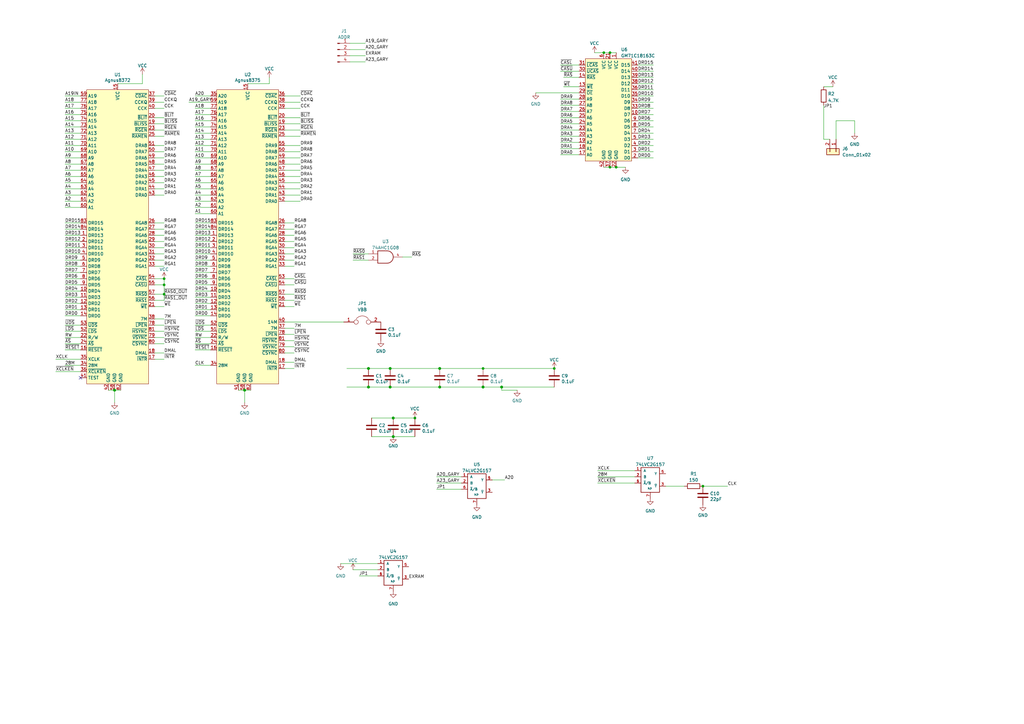
<source format=kicad_sch>
(kicad_sch (version 20230121) (generator eeschema)
  (paper "A3")
  (lib_symbols
    (symbol "74xGxx:74AHC1G08" (pin_names (offset 1.016))
      (property "Reference" "U" (at -2.54 3.81 0))
      (property "Value" "74AHC1G08" (at 0 -3.81 0))
      (symbol "74AHC1G08_0_1"
        (arc (start 0 -2.54) (mid 2.529 0) (end 0 2.54) (stroke (width 0.254)))
        (polyline (pts (xy 0 -2.54) (xy -3.81 -2.54) (xy -3.81 2.54) (xy 0 2.54)) (stroke (width 0.254)))
      )
      (symbol "74AHC1G08_1_1"
        (pin input line (at -7.62 1.27 0) (length 3.81) (name "~") (number "1"))
        (pin input line (at -7.62 -1.27 0) (length 3.81) (name "~") (number "2"))
        (pin power_in line (at 0 -2.54 270) (length 0) hide (name "GND") (number "3"))
        (pin output line (at 6.35 0 180) (length 3.81) (name "~") (number "4"))
        (pin power_in line (at 0 2.54 90) (length 0) hide (name "VCC") (number "5"))
      )
    )
    (symbol "74xGxx:74LVC2G157" (pin_names (offset 1.016))
      (property "Reference" "U" (at -2.54 6.35 0))
      (property "Value" "74LVC2G157" (at 5.08 -6.35 0))
      (symbol "74LVC2G157_0_1"
        (rectangle (start -3.81 5.08) (end 3.81 -5.08) (stroke (width 0.254)))
      )
      (symbol "74LVC2G157_1_1"
        (pin input line (at -6.35 3.81 0) (length 2.54) (name "A") (number "1"))
        (pin input line (at -6.35 1.27 0) (length 2.54) (name "B") (number "2"))
        (pin output line (at 6.35 -2.54 180) (length 2.54) (name "~{Y}") (number "3"))
        (pin power_in line (at 2.54 -5.08 270) (length 0) hide (name "GND") (number "4"))
        (pin output line (at 6.35 2.54 180) (length 2.54) (name "Y") (number "5"))
        (pin input line (at -6.35 -1.27 0) (length 2.54) (name "~{A}/B") (number "6"))
        (pin input line (at 0 -7.62 90) (length 2.54) (name "~{G}") (number "7"))
        (pin power_in line (at 2.54 5.08 90) (length 0) hide (name "VCC") (number "8"))
      )
    )
    (symbol "A500:Agnus8372"
      (property "Reference" "U" (at 10.16 54.61 0))
      (property "Value" "Agnus8372" (at 7.62 52.07 0))
      (symbol "Agnus8372_0_1"
        (rectangle (start -12.7 50.8) (end 12.7 -69.85) (stroke (width 0.1524)) (fill (type background)))
      )
      (symbol "Agnus8372_1_1"
        (pin input line (at -15.24 -8.89 0) (length 2.54) (name "DRD13") (number "1"))
        (pin input line (at -15.24 -31.75 0) (length 2.54) (name "DRD4") (number "10"))
        (pin input line (at -15.24 -34.29 0) (length 2.54) (name "DRD3") (number "11"))
        (pin input line (at -15.24 -36.83 0) (length 2.54) (name "DRD2") (number "12"))
        (pin input line (at -15.24 -39.37 0) (length 2.54) (name "DRD1") (number "13"))
        (pin input line (at -15.24 -41.91 0) (length 2.54) (name "DRD0") (number "14"))
        (pin power_in line (at 0 53.34 270) (length 2.54) (name "VCC") (number "15"))
        (pin input line (at -15.24 -55.88 0) (length 2.54) (name "~{RESET}") (number "16"))
        (pin input line (at 15.24 -59.69 180) (length 2.54) (name "~{INTR}") (number "17"))
        (pin input line (at 15.24 -57.15 180) (length 2.54) (name "DMAL") (number "18"))
        (pin input line (at 15.24 36.83 180) (length 2.54) (name "~{BLISS}") (number "19"))
        (pin input line (at -15.24 -11.43 0) (length 2.54) (name "DRD12") (number "2"))
        (pin input line (at 15.24 39.37 180) (length 2.54) (name "~{BLIT}") (number "20"))
        (pin input line (at 15.24 -38.1 180) (length 2.54) (name "~{WE}") (number "21"))
        (pin input line (at -15.24 -50.8 0) (length 2.54) (name "R/W") (number "22"))
        (pin input line (at 15.24 34.29 180) (length 2.54) (name "~{RGEN}") (number "23"))
        (pin input line (at -15.24 -53.34 0) (length 2.54) (name "~{AS}") (number "24"))
        (pin input line (at 15.24 31.75 180) (length 2.54) (name "~{RAMEN}") (number "25"))
        (pin input line (at 15.24 -3.81 180) (length 2.54) (name "RGA8") (number "26"))
        (pin input line (at 15.24 -6.35 180) (length 2.54) (name "RGA7") (number "27"))
        (pin input line (at 15.24 -8.89 180) (length 2.54) (name "RGA6") (number "28"))
        (pin input line (at 15.24 -11.43 180) (length 2.54) (name "RGA5") (number "29"))
        (pin input line (at -15.24 -13.97 0) (length 2.54) (name "DRD11") (number "3"))
        (pin input line (at 15.24 -13.97 180) (length 2.54) (name "RGA4") (number "30"))
        (pin input line (at 15.24 -16.51 180) (length 2.54) (name "RGA3") (number "31"))
        (pin input line (at 15.24 -19.05 180) (length 2.54) (name "RGA2") (number "32"))
        (pin input line (at 15.24 -21.59 180) (length 2.54) (name "RGA1") (number "33"))
        (pin input line (at -15.24 -62.23 0) (length 2.54) (name "28M") (number "34"))
        (pin input line (at -15.24 -59.69 0) (length 2.54) (name "XCLK") (number "35"))
        (pin input line (at -15.24 -64.77 0) (length 2.54) (name "~{XCLKEN}") (number "36"))
        (pin input line (at 15.24 48.26 180) (length 2.54) (name "~{CDAC}") (number "37"))
        (pin input line (at 15.24 -43.18 180) (length 2.54) (name "7M") (number "38"))
        (pin input line (at 15.24 45.72 180) (length 2.54) (name "CCKQ") (number "39"))
        (pin input line (at -15.24 -16.51 0) (length 2.54) (name "DRD10") (number "4"))
        (pin input line (at 15.24 43.18 180) (length 2.54) (name "CCK") (number "40"))
        (pin input line (at -15.24 -67.31 0) (length 2.54) (name "TEST") (number "41"))
        (pin power_in line (at -3.81 -72.39 90) (length 2.54) (name "GND") (number "42"))
        (pin input line (at 15.24 7.62 180) (length 2.54) (name "DRA0") (number "43"))
        (pin input line (at 15.24 10.16 180) (length 2.54) (name "DRA1") (number "44"))
        (pin input line (at 15.24 12.7 180) (length 2.54) (name "DRA2") (number "45"))
        (pin input line (at 15.24 15.24 180) (length 2.54) (name "DRA3") (number "46"))
        (pin input line (at 15.24 17.78 180) (length 2.54) (name "DRA4") (number "47"))
        (pin input line (at 15.24 20.32 180) (length 2.54) (name "DRA5") (number "48"))
        (pin input line (at 15.24 22.86 180) (length 2.54) (name "DRA6") (number "49"))
        (pin input line (at -15.24 -19.05 0) (length 2.54) (name "DRD9") (number "5"))
        (pin input line (at 15.24 25.4 180) (length 2.54) (name "DRA7") (number "50"))
        (pin input line (at 15.24 27.94 180) (length 2.54) (name "DRA8") (number "51"))
        (pin input line (at -15.24 -48.26 0) (length 2.54) (name "~{LDS}") (number "52"))
        (pin input line (at -15.24 -45.72 0) (length 2.54) (name "~{UDS}") (number "53"))
        (pin input line (at 15.24 -26.67 180) (length 2.54) (name "~{CASL}") (number "54"))
        (pin input line (at 15.24 -29.21 180) (length 2.54) (name "~{CASU}") (number "55"))
        (pin input line (at 15.24 -35.56 180) (length 2.54) (name "~{RAS1}") (number "56"))
        (pin input line (at 15.24 -33.02 180) (length 2.54) (name "~{RAS0}") (number "57"))
        (pin power_in line (at -1.27 -72.39 90) (length 2.54) (name "GND") (number "58"))
        (pin input line (at -15.24 48.26 0) (length 2.54) (name "A19") (number "59"))
        (pin input line (at -15.24 -21.59 0) (length 2.54) (name "DRD8") (number "6"))
        (pin input line (at -15.24 2.54 0) (length 2.54) (name "A1") (number "60"))
        (pin input line (at -15.24 5.08 0) (length 2.54) (name "A2") (number "61"))
        (pin input line (at -15.24 7.62 0) (length 2.54) (name "A3") (number "62"))
        (pin input line (at -15.24 10.16 0) (length 2.54) (name "A4") (number "63"))
        (pin input line (at -15.24 12.7 0) (length 2.54) (name "A5") (number "64"))
        (pin input line (at -15.24 15.24 0) (length 2.54) (name "A6") (number "65"))
        (pin input line (at -15.24 17.78 0) (length 2.54) (name "A7") (number "66"))
        (pin input line (at -15.24 20.32 0) (length 2.54) (name "A8") (number "67"))
        (pin input line (at -15.24 22.86 0) (length 2.54) (name "A9") (number "68"))
        (pin input line (at -15.24 25.4 0) (length 2.54) (name "A10") (number "69"))
        (pin input line (at -15.24 -24.13 0) (length 2.54) (name "DRD7") (number "7"))
        (pin input line (at -15.24 27.94 0) (length 2.54) (name "A11") (number "70"))
        (pin input line (at -15.24 30.48 0) (length 2.54) (name "A12") (number "71"))
        (pin input line (at -15.24 33.02 0) (length 2.54) (name "A13") (number "72"))
        (pin input line (at -15.24 35.56 0) (length 2.54) (name "A14") (number "73"))
        (pin input line (at -15.24 38.1 0) (length 2.54) (name "A15") (number "74"))
        (pin input line (at -15.24 40.64 0) (length 2.54) (name "A16") (number "75"))
        (pin input line (at -15.24 43.18 0) (length 2.54) (name "A17") (number "76"))
        (pin input line (at -15.24 45.72 0) (length 2.54) (name "A18") (number "77"))
        (pin input line (at 15.24 -45.72 180) (length 2.54) (name "~{LPEN}") (number "78"))
        (pin input line (at 15.24 -50.8 180) (length 2.54) (name "~{VSYNC}") (number "79"))
        (pin input line (at -15.24 -26.67 0) (length 2.54) (name "DRD6") (number "8"))
        (pin input line (at 15.24 -53.34 180) (length 2.54) (name "~{CSYNC}") (number "80"))
        (pin input line (at 15.24 -48.26 180) (length 2.54) (name "~{HSYNC}") (number "81"))
        (pin power_in line (at 1.27 -72.39 90) (length 2.54) (name "GND") (number "82"))
        (pin input line (at -15.24 -3.81 0) (length 2.54) (name "DRD15") (number "83"))
        (pin input line (at -15.24 -6.35 0) (length 2.54) (name "DRD14") (number "84"))
        (pin input line (at -15.24 -29.21 0) (length 2.54) (name "DRD5") (number "9"))
      )
    )
    (symbol "A500:Agnus8375"
      (property "Reference" "U" (at 10.16 54.61 0))
      (property "Value" "Agnus8375" (at 7.62 52.07 0))
      (symbol "Agnus8375_0_1"
        (rectangle (start -12.7 50.8) (end 12.7 -69.85) (stroke (width 0.1524)) (fill (type background)))
      )
      (symbol "Agnus8375_1_1"
        (pin input line (at -15.24 -8.89 0) (length 2.54) (name "DRD13") (number "1"))
        (pin input line (at -15.24 -31.75 0) (length 2.54) (name "DRD4") (number "10"))
        (pin input line (at -15.24 -34.29 0) (length 2.54) (name "DRD3") (number "11"))
        (pin input line (at -15.24 -36.83 0) (length 2.54) (name "DRD2") (number "12"))
        (pin input line (at -15.24 -39.37 0) (length 2.54) (name "DRD1") (number "13"))
        (pin input line (at -15.24 -41.91 0) (length 2.54) (name "DRD0") (number "14"))
        (pin power_in line (at 0 53.34 270) (length 2.54) (name "VCC") (number "15"))
        (pin input line (at -15.24 -55.88 0) (length 2.54) (name "~{RESET}") (number "16"))
        (pin input line (at 15.24 -63.5 180) (length 2.54) (name "~{INTR}") (number "17"))
        (pin input line (at 15.24 -60.96 180) (length 2.54) (name "DMAL") (number "18"))
        (pin input line (at 15.24 36.83 180) (length 2.54) (name "~{BLISS}") (number "19"))
        (pin input line (at -15.24 -11.43 0) (length 2.54) (name "DRD12") (number "2"))
        (pin input line (at 15.24 39.37 180) (length 2.54) (name "~{BLIT}") (number "20"))
        (pin input line (at 15.24 -38.1 180) (length 2.54) (name "~{WE}") (number "21"))
        (pin input line (at -15.24 -50.8 0) (length 2.54) (name "R/W") (number "22"))
        (pin input line (at 15.24 34.29 180) (length 2.54) (name "~{RGEN}") (number "23"))
        (pin input line (at -15.24 -53.34 0) (length 2.54) (name "~{AS}") (number "24"))
        (pin input line (at 15.24 31.75 180) (length 2.54) (name "~{RAMEN}") (number "25"))
        (pin input line (at 15.24 -3.81 180) (length 2.54) (name "RGA8") (number "26"))
        (pin input line (at 15.24 -6.35 180) (length 2.54) (name "RGA7") (number "27"))
        (pin input line (at 15.24 -8.89 180) (length 2.54) (name "RGA6") (number "28"))
        (pin input line (at 15.24 -11.43 180) (length 2.54) (name "RGA5") (number "29"))
        (pin input line (at -15.24 -13.97 0) (length 2.54) (name "DRD11") (number "3"))
        (pin input line (at 15.24 -13.97 180) (length 2.54) (name "RGA4") (number "30"))
        (pin input line (at 15.24 -16.51 180) (length 2.54) (name "RGA3") (number "31"))
        (pin input line (at 15.24 -19.05 180) (length 2.54) (name "RGA2") (number "32"))
        (pin input line (at 15.24 -21.59 180) (length 2.54) (name "RGA1") (number "33"))
        (pin input line (at -15.24 -62.23 0) (length 2.54) (name "28M") (number "34"))
        (pin input line (at -15.24 48.26 0) (length 2.54) (name "A20") (number "35"))
        (pin input line (at 15.24 48.26 180) (length 2.54) (name "~{CDAC}") (number "36"))
        (pin input line (at 15.24 -46.99 180) (length 2.54) (name "7M") (number "37"))
        (pin input line (at 15.24 45.72 180) (length 2.54) (name "CCKQ") (number "38"))
        (pin input line (at 15.24 43.18 180) (length 2.54) (name "CCK") (number "39"))
        (pin input line (at -15.24 -16.51 0) (length 2.54) (name "DRD10") (number "4"))
        (pin input line (at 15.24 -44.45 180) (length 2.54) (name "14M") (number "40"))
        (pin power_in line (at -3.81 -72.39 90) (length 2.54) (name "GND") (number "41"))
        (pin input line (at 15.24 5.08 180) (length 2.54) (name "DRA0") (number "42"))
        (pin input line (at 15.24 7.62 180) (length 2.54) (name "DRA1") (number "43"))
        (pin input line (at 15.24 10.16 180) (length 2.54) (name "DRA2") (number "44"))
        (pin input line (at 15.24 12.7 180) (length 2.54) (name "DRA3") (number "45"))
        (pin input line (at 15.24 15.24 180) (length 2.54) (name "DRA4") (number "46"))
        (pin input line (at 15.24 17.78 180) (length 2.54) (name "DRA5") (number "47"))
        (pin input line (at 15.24 20.32 180) (length 2.54) (name "DRA6") (number "48"))
        (pin input line (at 15.24 22.86 180) (length 2.54) (name "DRA7") (number "49"))
        (pin input line (at -15.24 -19.05 0) (length 2.54) (name "DRD9") (number "5"))
        (pin input line (at 15.24 25.4 180) (length 2.54) (name "DRA8") (number "50"))
        (pin input line (at -15.24 -48.26 0) (length 2.54) (name "~{LDS}") (number "51"))
        (pin input line (at -15.24 -45.72 0) (length 2.54) (name "~{UDS}") (number "52"))
        (pin input line (at 15.24 -26.67 180) (length 2.54) (name "~{CASL}") (number "53"))
        (pin input line (at 15.24 -29.21 180) (length 2.54) (name "~{CASU}") (number "54"))
        (pin input line (at 15.24 27.94 180) (length 2.54) (name "DRA9") (number "55"))
        (pin input line (at 15.24 -35.56 180) (length 2.54) (name "~{RAS1}") (number "56"))
        (pin input line (at 15.24 -33.02 180) (length 2.54) (name "~{RAS0}") (number "57"))
        (pin power_in line (at -1.27 -72.39 90) (length 2.54) (name "GND") (number "58"))
        (pin input line (at -15.24 45.72 0) (length 2.54) (name "A19") (number "59"))
        (pin input line (at -15.24 -21.59 0) (length 2.54) (name "DRD8") (number "6"))
        (pin input line (at -15.24 0 0) (length 2.54) (name "A1") (number "60"))
        (pin input line (at -15.24 2.54 0) (length 2.54) (name "A2") (number "61"))
        (pin input line (at -15.24 5.08 0) (length 2.54) (name "A3") (number "62"))
        (pin input line (at -15.24 7.62 0) (length 2.54) (name "A4") (number "63"))
        (pin input line (at -15.24 10.16 0) (length 2.54) (name "A5") (number "64"))
        (pin input line (at -15.24 12.7 0) (length 2.54) (name "A6") (number "65"))
        (pin input line (at -15.24 15.24 0) (length 2.54) (name "A7") (number "66"))
        (pin input line (at -15.24 17.78 0) (length 2.54) (name "A8") (number "67"))
        (pin input line (at -15.24 20.32 0) (length 2.54) (name "A9") (number "68"))
        (pin input line (at -15.24 22.86 0) (length 2.54) (name "A10") (number "69"))
        (pin input line (at -15.24 -24.13 0) (length 2.54) (name "DRD7") (number "7"))
        (pin input line (at -15.24 25.4 0) (length 2.54) (name "A11") (number "70"))
        (pin input line (at -15.24 27.94 0) (length 2.54) (name "A12") (number "71"))
        (pin input line (at -15.24 30.48 0) (length 2.54) (name "A13") (number "72"))
        (pin input line (at -15.24 33.02 0) (length 2.54) (name "A14") (number "73"))
        (pin input line (at -15.24 35.56 0) (length 2.54) (name "A15") (number "74"))
        (pin input line (at -15.24 38.1 0) (length 2.54) (name "A16") (number "75"))
        (pin input line (at -15.24 40.64 0) (length 2.54) (name "A17") (number "76"))
        (pin input line (at -15.24 43.18 0) (length 2.54) (name "A18") (number "77"))
        (pin input line (at 15.24 -49.53 180) (length 2.54) (name "~{LPEN}") (number "78"))
        (pin input line (at 15.24 -54.61 180) (length 2.54) (name "~{VSYNC}") (number "79"))
        (pin input line (at -15.24 -26.67 0) (length 2.54) (name "DRD6") (number "8"))
        (pin input line (at 15.24 -57.15 180) (length 2.54) (name "~{CSYNC}") (number "80"))
        (pin input line (at 15.24 -52.07 180) (length 2.54) (name "~{HSYNC}") (number "81"))
        (pin power_in line (at 1.27 -72.39 90) (length 2.54) (name "GND") (number "82"))
        (pin input line (at -15.24 -3.81 0) (length 2.54) (name "DRD15") (number "83"))
        (pin input line (at -15.24 -6.35 0) (length 2.54) (name "DRD14") (number "84"))
        (pin input line (at -15.24 -29.21 0) (length 2.54) (name "DRD5") (number "9"))
      )
    )
    (symbol "A500:GM71C18163C"
      (property "Reference" "U" (at 11.43 45.72 0))
      (property "Value" "GM71C18163C" (at 13.97 43.18 0))
      (symbol "GM71C18163C_0_1"
        (rectangle (start 12.7 0) (end -6.35 41.91) (stroke (width 0.1524)) (fill (type background)))
      )
      (symbol "GM71C18163C_1_1"
        (pin power_in line (at 6.35 44.45 270) (length 2.54) (name "VCC") (number "1"))
        (pin input line (at 15.24 19.05 180) (length 2.54) (name "D7") (number "10"))
        (pin input line (at -8.89 30.48 0) (length 2.54) (name "~{WE}") (number "13"))
        (pin input line (at -8.89 34.29 0) (length 2.54) (name "~{RAS}") (number "14"))
        (pin input line (at -8.89 2.54 0) (length 2.54) (name "A0") (number "17"))
        (pin input line (at -8.89 5.08 0) (length 2.54) (name "A1") (number "18"))
        (pin input line (at -8.89 7.62 0) (length 2.54) (name "A2") (number "19"))
        (pin input line (at 15.24 1.27 180) (length 2.54) (name "D0") (number "2"))
        (pin input line (at -8.89 10.16 0) (length 2.54) (name "A3") (number "20"))
        (pin power_in line (at 3.81 44.45 270) (length 2.54) (name "VCC") (number "21"))
        (pin power_in line (at 6.35 -2.54 90) (length 2.54) (name "GND") (number "22"))
        (pin input line (at -8.89 12.7 0) (length 2.54) (name "A4") (number "23"))
        (pin input line (at -8.89 15.24 0) (length 2.54) (name "A5") (number "24"))
        (pin input line (at -8.89 17.78 0) (length 2.54) (name "A6") (number "25"))
        (pin input line (at -8.89 20.32 0) (length 2.54) (name "A7") (number "26"))
        (pin input line (at -8.89 22.86 0) (length 2.54) (name "A8") (number "27"))
        (pin input line (at -8.89 25.4 0) (length 2.54) (name "A9") (number "28"))
        (pin input line (at -8.89 27.94 0) (length 2.54) (name "~{OE}") (number "29"))
        (pin input line (at 15.24 3.81 180) (length 2.54) (name "D1") (number "3"))
        (pin input line (at -8.89 36.83 0) (length 2.54) (name "~{UCAS}") (number "30"))
        (pin input line (at -8.89 39.37 0) (length 2.54) (name "~{LCAS}") (number "31"))
        (pin input line (at 15.24 21.59 180) (length 2.54) (name "D8") (number "33"))
        (pin input line (at 15.24 24.13 180) (length 2.54) (name "D9") (number "34"))
        (pin input line (at 15.24 26.67 180) (length 2.54) (name "D10") (number "35"))
        (pin input line (at 15.24 29.21 180) (length 2.54) (name "D11") (number "36"))
        (pin power_in line (at 3.81 -2.54 90) (length 2.54) (name "GND") (number "37"))
        (pin input line (at 15.24 31.75 180) (length 2.54) (name "D12") (number "38"))
        (pin input line (at 15.24 34.29 180) (length 2.54) (name "D13") (number "39"))
        (pin input line (at 15.24 6.35 180) (length 2.54) (name "D2") (number "4"))
        (pin input line (at 15.24 36.83 180) (length 2.54) (name "D14") (number "40"))
        (pin input line (at 15.24 39.37 180) (length 2.54) (name "D15") (number "41"))
        (pin power_in line (at 1.27 -2.54 90) (length 2.54) (name "GND") (number "42"))
        (pin input line (at 15.24 8.89 180) (length 2.54) (name "D3") (number "5"))
        (pin power_in line (at 1.27 44.45 270) (length 2.54) (name "VCC") (number "6"))
        (pin input line (at 15.24 11.43 180) (length 2.54) (name "D4") (number "7"))
        (pin input line (at 15.24 13.97 180) (length 2.54) (name "D5") (number "8"))
        (pin input line (at 15.24 16.51 180) (length 2.54) (name "D6") (number "9"))
      )
    )
    (symbol "Connector:Conn_01x04_Male" (pin_names (offset 1.016) hide)
      (property "Reference" "J" (at 0 5.08 0))
      (property "Value" "Conn_01x04_Male" (at 0 -7.62 0))
      (symbol "Conn_01x04_Male_1_1"
        (polyline (pts (xy 1.27 -5.08) (xy 0.8636 -5.08)) (stroke (width 0.1524)))
        (polyline (pts (xy 1.27 -2.54) (xy 0.8636 -2.54)) (stroke (width 0.1524)))
        (polyline (pts (xy 1.27 0) (xy 0.8636 0)) (stroke (width 0.1524)))
        (polyline (pts (xy 1.27 2.54) (xy 0.8636 2.54)) (stroke (width 0.1524)))
        (rectangle (start 0.8636 -4.953) (end 0 -5.207) (stroke (width 0.1524)) (fill (type outline)))
        (rectangle (start 0.8636 -2.413) (end 0 -2.667) (stroke (width 0.1524)) (fill (type outline)))
        (rectangle (start 0.8636 0.127) (end 0 -0.127) (stroke (width 0.1524)) (fill (type outline)))
        (rectangle (start 0.8636 2.667) (end 0 2.413) (stroke (width 0.1524)) (fill (type outline)))
        (pin passive line (at 5.08 2.54 180) (length 3.81) (name "Pin_1") (number "1"))
        (pin passive line (at 5.08 0 180) (length 3.81) (name "Pin_2") (number "2"))
        (pin passive line (at 5.08 -2.54 180) (length 3.81) (name "Pin_3") (number "3"))
        (pin passive line (at 5.08 -5.08 180) (length 3.81) (name "Pin_4") (number "4"))
      )
    )
    (symbol "Connector_Generic:Conn_01x02" (pin_names (offset 1.016) hide)
      (property "Reference" "J" (at 0 2.54 0))
      (property "Value" "Conn_01x02" (at 0 -5.08 0))
      (symbol "Conn_01x02_1_1"
        (rectangle (start -1.27 -2.413) (end 0 -2.667) (stroke (width 0.1524)))
        (rectangle (start -1.27 0.127) (end 0 -0.127) (stroke (width 0.1524)))
        (rectangle (start -1.27 1.27) (end 1.27 -3.81) (stroke (width 0.254)) (fill (type background)))
        (pin passive line (at -5.08 0 0) (length 3.81) (name "Pin_1") (number "1"))
        (pin passive line (at -5.08 -2.54 0) (length 3.81) (name "Pin_2") (number "2"))
      )
    )
    (symbol "Device:C" (pin_numbers hide) (pin_names (offset 0.254))
      (property "Reference" "C" (at 0.635 2.54 0))
      (property "Value" "C" (at 0.635 -2.54 0))
      (symbol "C_0_1"
        (polyline (pts (xy -2.032 -0.762) (xy 2.032 -0.762)) (stroke (width 0.508)))
        (polyline (pts (xy -2.032 0.762) (xy 2.032 0.762)) (stroke (width 0.508)))
      )
      (symbol "C_1_1"
        (pin passive line (at 0 3.81 270) (length 2.794) (name "~") (number "1"))
        (pin passive line (at 0 -3.81 90) (length 2.794) (name "~") (number "2"))
      )
    )
    (symbol "Device:Jumper" (pin_names (offset 0.762) hide)
      (property "Reference" "JP" (at 0 3.81 0))
      (property "Value" "Jumper" (at 0 -2.032 0))
      (symbol "Jumper_0_1"
        (circle (center -2.54 0) (radius 0.889))
        (arc (start 2.5146 1.27) (mid 0.0127 2.5097) (end -2.4892 1.27))
        (circle (center 2.54 0) (radius 0.889))
        (pin passive line (at -7.62 0 0) (length 4.191) (name "1") (number "1"))
        (pin passive line (at 7.62 0 180) (length 4.191) (name "2") (number "2"))
      )
    )
    (symbol "Device:R" (pin_numbers hide) (pin_names (offset 0))
      (property "Reference" "R" (at 2.032 0 90))
      (property "Value" "R" (at 0 0 90))
      (symbol "R_0_1"
        (rectangle (start -1.016 -2.54) (end 1.016 2.54) (stroke (width 0.254)))
      )
      (symbol "R_1_1"
        (pin passive line (at 0 3.81 270) (length 1.27) (name "~") (number "1"))
        (pin passive line (at 0 -3.81 90) (length 1.27) (name "~") (number "2"))
      )
    )
    (symbol "power:GND" (power) (pin_names (offset 0))
      (property "Value" "GND" (at 0 -3.81 0))
      (symbol "GND_0_1"
        (polyline (pts (xy 0 0) (xy 0 -1.27) (xy 1.27 -1.27) (xy 0 -2.54) (xy -1.27 -1.27) (xy 0 -1.27)))
      )
      (symbol "GND_1_1"
        (pin power_in line (at 0 0 270) (length 0) hide (name "GND") (number "1"))
      )
    )
    (symbol "power:VCC" (power) (pin_names (offset 0))
      (property "Value" "VCC" (at 0 3.81 0))
      (symbol "VCC_0_1"
        (polyline (pts (xy -0.762 1.27) (xy 0 2.54)))
        (polyline (pts (xy 0 0) (xy 0 2.54)))
        (polyline (pts (xy 0 2.54) (xy 0.762 1.27)))
      )
      (symbol "VCC_1_1"
        (pin power_in line (at 0 0 90) (length 0) hide (name "VCC") (number "1"))
      )
    )
  )
  (junction (at 252.73 68.58))
  (junction (at 247.65 21.59))
  (junction (at 161.29 171.45) (diameter 1.016))
  (junction (at 67.31 114.3))
  (junction (at 160.02 158.75) (diameter 1.016))
  (junction (at 288.29 199.39))
  (junction (at 180.34 158.75) (diameter 1.016))
  (junction (at 161.29 179.07) (diameter 1.016))
  (junction (at 170.18 171.45))
  (junction (at 151.13 158.75) (diameter 1.016))
  (junction (at 198.12 151.13))
  (junction (at 250.19 68.58))
  (junction (at 46.99 160.02) (diameter 1.016))
  (junction (at 67.31 116.84))
  (junction (at 205.74 158.75) (diameter 1.016))
  (junction (at 250.19 21.59))
  (junction (at 198.12 158.75) (diameter 1.016))
  (junction (at 227.33 151.13))
  (junction (at 67.31 120.65))
  (junction (at 100.33 160.02) (diameter 1.016))
  (junction (at 151.13 151.13) (diameter 1.016))
  (junction (at 180.34 151.13) (diameter 1.016))
  (junction (at 160.02 151.13) (diameter 1.016))
  (no_connect (at 33.02 154.94))
  (wire (pts (xy 26.67 59.69) (xy 33.02 59.69)))
  (wire (pts (xy 26.67 41.91) (xy 33.02 41.91)))
  (wire (pts (xy 26.67 121.92) (xy 33.02 121.92)))
  (wire (pts (xy 26.67 129.54) (xy 33.02 129.54)))
  (wire (pts (xy 26.67 72.39) (xy 33.02 72.39)))
  (wire (pts (xy 237.49 45.72) (xy 229.87 45.72)))
  (wire (pts (xy 26.67 114.3) (xy 33.02 114.3)))
  (wire (pts (xy 337.82 35.56) (xy 341.63 35.56)))
  (wire (pts (xy 116.84 74.93) (xy 123.19 74.93)))
  (wire (pts (xy 116.84 109.22) (xy 120.65 109.22)))
  (wire (pts (xy 100.33 160.02) (xy 100.33 165.1)))
  (wire (pts (xy 229.87 29.21) (xy 237.49 29.21)))
  (wire (pts (xy 237.49 43.18) (xy 229.87 43.18)))
  (wire (pts (xy 63.5 50.8) (xy 67.31 50.8)))
  (wire (pts (xy 116.84 69.85) (xy 123.19 69.85)))
  (wire (pts (xy 46.99 160.02) (xy 46.99 165.1)))
  (wire (pts (xy 63.5 64.77) (xy 67.31 64.77)))
  (wire (pts (xy 22.86 152.4) (xy 33.02 152.4)))
  (wire (pts (xy 26.67 149.86) (xy 33.02 149.86)))
  (wire (pts (xy 116.84 99.06) (xy 120.65 99.06)))
  (wire (pts (xy 116.84 104.14) (xy 120.65 104.14)))
  (wire (pts (xy 80.01 93.98) (xy 86.36 93.98)))
  (wire (pts (xy 26.67 138.43) (xy 33.02 138.43)))
  (wire (pts (xy 80.01 46.99) (xy 86.36 46.99)))
  (wire (pts (xy 26.67 54.61) (xy 33.02 54.61)))
  (wire (pts (xy 80.01 67.31) (xy 86.36 67.31)))
  (wire (pts (xy 63.5 53.34) (xy 67.31 53.34)))
  (wire (pts (xy 80.01 135.89) (xy 86.36 135.89)))
  (wire (pts (xy 26.67 67.31) (xy 33.02 67.31)))
  (wire (pts (xy 151.13 158.75) (xy 160.02 158.75)))
  (wire (pts (xy 144.78 104.14) (xy 151.13 104.14)))
  (wire (pts (xy 116.84 77.47) (xy 123.19 77.47)))
  (wire (pts (xy 26.67 93.98) (xy 33.02 93.98)))
  (wire (pts (xy 80.01 101.6) (xy 86.36 101.6)))
  (wire (pts (xy 247.65 68.58) (xy 250.19 68.58)))
  (wire (pts (xy 80.01 119.38) (xy 86.36 119.38)))
  (wire (pts (xy 261.62 46.99) (xy 267.97 46.99)))
  (wire (pts (xy 63.5 77.47) (xy 67.31 77.47)))
  (wire (pts (xy 237.49 48.26) (xy 229.87 48.26)))
  (wire (pts (xy 337.82 43.18) (xy 337.82 57.15)))
  (wire (pts (xy 26.67 127) (xy 33.02 127)))
  (wire (pts (xy 63.5 39.37) (xy 67.31 39.37)))
  (wire (pts (xy 350.52 49.53) (xy 350.52 54.61)))
  (wire (pts (xy 116.84 39.37) (xy 123.19 39.37)))
  (wire (pts (xy 80.01 49.53) (xy 86.36 49.53)))
  (wire (pts (xy 237.49 53.34) (xy 229.87 53.34)))
  (wire (pts (xy 26.67 46.99) (xy 33.02 46.99)))
  (wire (pts (xy 26.67 133.35) (xy 33.02 133.35)))
  (wire (pts (xy 26.67 116.84) (xy 33.02 116.84)))
  (wire (pts (xy 63.5 80.01) (xy 67.31 80.01)))
  (wire (pts (xy 63.5 130.81) (xy 67.31 130.81)))
  (wire (pts (xy 198.12 158.75) (xy 205.74 158.75)))
  (wire (pts (xy 261.62 31.75) (xy 267.97 31.75)))
  (wire (pts (xy 80.01 69.85) (xy 86.36 69.85)))
  (wire (pts (xy 245.11 198.12) (xy 260.35 198.12)))
  (wire (pts (xy 261.62 41.91) (xy 267.97 41.91)))
  (wire (pts (xy 116.84 80.01) (xy 123.19 80.01)))
  (wire (pts (xy 116.84 139.7) (xy 120.65 139.7)))
  (wire (pts (xy 116.84 132.08) (xy 140.97 132.08)))
  (wire (pts (xy 100.33 160.02) (xy 102.87 160.02)))
  (wire (pts (xy 63.5 133.35) (xy 67.31 133.35)))
  (wire (pts (xy 116.84 41.91) (xy 123.19 41.91)))
  (wire (pts (xy 161.29 179.07) (xy 170.18 179.07)))
  (wire (pts (xy 63.5 55.88) (xy 67.31 55.88)))
  (wire (pts (xy 26.67 111.76) (xy 33.02 111.76)))
  (wire (pts (xy 44.45 160.02) (xy 46.99 160.02)))
  (wire (pts (xy 63.5 147.32) (xy 67.31 147.32)))
  (wire (pts (xy 261.62 29.21) (xy 267.97 29.21)))
  (wire (pts (xy 116.84 96.52) (xy 120.65 96.52)))
  (wire (pts (xy 116.84 123.19) (xy 120.65 123.19)))
  (wire (pts (xy 77.47 41.91) (xy 86.36 41.91)))
  (wire (pts (xy 63.5 135.89) (xy 67.31 135.89)))
  (wire (pts (xy 26.67 101.6) (xy 33.02 101.6)))
  (wire (pts (xy 63.5 109.22) (xy 67.31 109.22)))
  (wire (pts (xy 63.5 99.06) (xy 67.31 99.06)))
  (wire (pts (xy 116.84 151.13) (xy 120.65 151.13)))
  (wire (pts (xy 26.67 96.52) (xy 33.02 96.52)))
  (wire (pts (xy 247.65 21.59) (xy 250.19 21.59)))
  (wire (pts (xy 273.05 199.39) (xy 280.67 199.39)))
  (wire (pts (xy 58.42 30.48) (xy 58.42 34.29)))
  (wire (pts (xy 58.42 34.29) (xy 48.26 34.29)))
  (wire (pts (xy 26.67 91.44) (xy 33.02 91.44)))
  (wire (pts (xy 261.62 44.45) (xy 267.97 44.45)))
  (wire (pts (xy 179.07 198.12) (xy 189.23 198.12)))
  (wire (pts (xy 63.5 96.52) (xy 67.31 96.52)))
  (wire (pts (xy 26.67 74.93) (xy 33.02 74.93)))
  (wire (pts (xy 245.11 195.58) (xy 260.35 195.58)))
  (wire (pts (xy 26.67 106.68) (xy 33.02 106.68)))
  (wire (pts (xy 144.78 106.68) (xy 151.13 106.68)))
  (wire (pts (xy 63.5 69.85) (xy 67.31 69.85)))
  (wire (pts (xy 26.67 49.53) (xy 33.02 49.53)))
  (wire (pts (xy 80.01 96.52) (xy 86.36 96.52)))
  (wire (pts (xy 63.5 123.19) (xy 67.31 123.19)))
  (wire (pts (xy 63.5 144.78) (xy 67.31 144.78)))
  (wire (pts (xy 63.5 74.93) (xy 67.31 74.93)))
  (wire (pts (xy 26.67 77.47) (xy 33.02 77.47)))
  (wire (pts (xy 26.67 140.97) (xy 33.02 140.97)))
  (wire (pts (xy 97.79 160.02) (xy 100.33 160.02)))
  (wire (pts (xy 350.52 49.53) (xy 342.9 49.53)))
  (wire (pts (xy 80.01 54.61) (xy 86.36 54.61)))
  (wire (pts (xy 80.01 74.93) (xy 86.36 74.93)))
  (wire (pts (xy 26.67 62.23) (xy 33.02 62.23)))
  (wire (pts (xy 63.5 140.97) (xy 67.31 140.97)))
  (wire (pts (xy 63.5 106.68) (xy 67.31 106.68)))
  (wire (pts (xy 80.01 64.77) (xy 86.36 64.77)))
  (wire (pts (xy 63.5 67.31) (xy 67.31 67.31)))
  (wire (pts (xy 143.51 25.4) (xy 149.86 25.4)))
  (wire (pts (xy 22.86 147.32) (xy 33.02 147.32)))
  (wire (pts (xy 26.67 143.51) (xy 33.02 143.51)))
  (wire (pts (xy 80.01 124.46) (xy 86.36 124.46)))
  (wire (pts (xy 116.84 64.77) (xy 123.19 64.77)))
  (wire (pts (xy 116.84 148.59) (xy 120.65 148.59)))
  (wire (pts (xy 80.01 138.43) (xy 86.36 138.43)))
  (wire (pts (xy 80.01 80.01) (xy 86.36 80.01)))
  (wire (pts (xy 116.84 48.26) (xy 123.19 48.26)))
  (wire (pts (xy 179.07 195.58) (xy 189.23 195.58)))
  (wire (pts (xy 116.84 72.39) (xy 123.19 72.39)))
  (wire (pts (xy 116.84 125.73) (xy 120.65 125.73)))
  (wire (pts (xy 261.62 62.23) (xy 267.97 62.23)))
  (wire (pts (xy 201.93 196.85) (xy 207.01 196.85)))
  (wire (pts (xy 243.84 21.59) (xy 247.65 21.59)))
  (wire (pts (xy 161.29 171.45) (xy 170.18 171.45)))
  (wire (pts (xy 116.84 53.34) (xy 123.19 53.34)))
  (wire (pts (xy 26.67 52.07) (xy 33.02 52.07)))
  (wire (pts (xy 63.5 59.69) (xy 67.31 59.69)))
  (wire (pts (xy 80.01 52.07) (xy 86.36 52.07)))
  (wire (pts (xy 80.01 109.22) (xy 86.36 109.22)))
  (wire (pts (xy 142.24 151.13) (xy 151.13 151.13)))
  (wire (pts (xy 63.5 116.84) (xy 67.31 116.84)))
  (wire (pts (xy 219.71 38.1) (xy 237.49 38.1)))
  (wire (pts (xy 229.87 26.67) (xy 237.49 26.67)))
  (wire (pts (xy 116.84 62.23) (xy 123.19 62.23)))
  (wire (pts (xy 237.49 58.42) (xy 229.87 58.42)))
  (wire (pts (xy 26.67 44.45) (xy 33.02 44.45)))
  (wire (pts (xy 26.67 85.09) (xy 33.02 85.09)))
  (wire (pts (xy 80.01 99.06) (xy 86.36 99.06)))
  (wire (pts (xy 80.01 72.39) (xy 86.36 72.39)))
  (wire (pts (xy 67.31 116.84) (xy 67.31 120.65)))
  (wire (pts (xy 80.01 127) (xy 86.36 127)))
  (wire (pts (xy 63.5 101.6) (xy 67.31 101.6)))
  (wire (pts (xy 250.19 21.59) (xy 252.73 21.59)))
  (wire (pts (xy 80.01 121.92) (xy 86.36 121.92)))
  (wire (pts (xy 261.62 64.77) (xy 267.97 64.77)))
  (wire (pts (xy 337.82 57.15) (xy 340.36 57.15)))
  (wire (pts (xy 80.01 87.63) (xy 86.36 87.63)))
  (wire (pts (xy 237.49 63.5) (xy 229.87 63.5)))
  (wire (pts (xy 80.01 62.23) (xy 86.36 62.23)))
  (wire (pts (xy 26.67 104.14) (xy 33.02 104.14)))
  (wire (pts (xy 152.4 179.07) (xy 161.29 179.07)))
  (wire (pts (xy 261.62 34.29) (xy 267.97 34.29)))
  (wire (pts (xy 63.5 138.43) (xy 67.31 138.43)))
  (wire (pts (xy 80.01 106.68) (xy 86.36 106.68)))
  (wire (pts (xy 63.5 93.98) (xy 67.31 93.98)))
  (wire (pts (xy 288.29 199.39) (xy 298.45 199.39)))
  (wire (pts (xy 205.74 160.02) (xy 205.74 158.75)))
  (wire (pts (xy 212.09 160.02) (xy 205.74 160.02)))
  (wire (pts (xy 80.01 85.09) (xy 86.36 85.09)))
  (wire (pts (xy 116.84 55.88) (xy 123.19 55.88)))
  (wire (pts (xy 80.01 39.37) (xy 86.36 39.37)))
  (wire (pts (xy 116.84 142.24) (xy 120.65 142.24)))
  (wire (pts (xy 116.84 50.8) (xy 123.19 50.8)))
  (wire (pts (xy 250.19 68.58) (xy 252.73 68.58)))
  (wire (pts (xy 116.84 134.62) (xy 120.65 134.62)))
  (wire (pts (xy 116.84 101.6) (xy 120.65 101.6)))
  (wire (pts (xy 261.62 26.67) (xy 267.97 26.67)))
  (wire (pts (xy 26.67 82.55) (xy 33.02 82.55)))
  (wire (pts (xy 198.12 151.13) (xy 227.33 151.13)))
  (wire (pts (xy 152.4 171.45) (xy 161.29 171.45)))
  (wire (pts (xy 342.9 49.53) (xy 342.9 57.15)))
  (wire (pts (xy 116.84 82.55) (xy 123.19 82.55)))
  (wire (pts (xy 180.34 158.75) (xy 198.12 158.75)))
  (wire (pts (xy 67.31 114.3) (xy 67.31 116.84)))
  (wire (pts (xy 110.49 31.75) (xy 110.49 34.29)))
  (wire (pts (xy 110.49 34.29) (xy 101.6 34.29)))
  (wire (pts (xy 26.67 64.77) (xy 33.02 64.77)))
  (wire (pts (xy 63.5 91.44) (xy 67.31 91.44)))
  (wire (pts (xy 26.67 99.06) (xy 33.02 99.06)))
  (wire (pts (xy 116.84 91.44) (xy 120.65 91.44)))
  (wire (pts (xy 116.84 59.69) (xy 123.19 59.69)))
  (wire (pts (xy 63.5 48.26) (xy 67.31 48.26)))
  (wire (pts (xy 116.84 67.31) (xy 123.19 67.31)))
  (wire (pts (xy 144.78 233.68) (xy 154.94 233.68)))
  (wire (pts (xy 261.62 49.53) (xy 267.97 49.53)))
  (wire (pts (xy 63.5 62.23) (xy 67.31 62.23)))
  (wire (pts (xy 80.01 77.47) (xy 86.36 77.47)))
  (wire (pts (xy 237.49 50.8) (xy 229.87 50.8)))
  (wire (pts (xy 116.84 120.65) (xy 120.65 120.65)))
  (wire (pts (xy 237.49 40.64) (xy 229.87 40.64)))
  (wire (pts (xy 261.62 57.15) (xy 267.97 57.15)))
  (wire (pts (xy 26.67 80.01) (xy 33.02 80.01)))
  (wire (pts (xy 80.01 143.51) (xy 86.36 143.51)))
  (wire (pts (xy 261.62 39.37) (xy 267.97 39.37)))
  (wire (pts (xy 116.84 116.84) (xy 120.65 116.84)))
  (wire (pts (xy 80.01 57.15) (xy 86.36 57.15)))
  (wire (pts (xy 252.73 68.58) (xy 256.54 68.58)))
  (wire (pts (xy 26.67 135.89) (xy 33.02 135.89)))
  (wire (pts (xy 63.5 41.91) (xy 67.31 41.91)))
  (wire (pts (xy 116.84 93.98) (xy 120.65 93.98)))
  (wire (pts (xy 80.01 111.76) (xy 86.36 111.76)))
  (wire (pts (xy 160.02 158.75) (xy 180.34 158.75)))
  (wire (pts (xy 116.84 144.78) (xy 120.65 144.78)))
  (wire (pts (xy 147.32 236.22) (xy 154.94 236.22)))
  (wire (pts (xy 139.7 231.14) (xy 154.94 231.14)))
  (wire (pts (xy 80.01 59.69) (xy 86.36 59.69)))
  (wire (pts (xy 26.67 124.46) (xy 33.02 124.46)))
  (wire (pts (xy 80.01 91.44) (xy 86.36 91.44)))
  (wire (pts (xy 63.5 114.3) (xy 67.31 114.3)))
  (wire (pts (xy 80.01 129.54) (xy 86.36 129.54)))
  (wire (pts (xy 179.07 200.66) (xy 189.23 200.66)))
  (wire (pts (xy 26.67 109.22) (xy 33.02 109.22)))
  (wire (pts (xy 26.67 39.37) (xy 33.02 39.37)))
  (wire (pts (xy 80.01 114.3) (xy 86.36 114.3)))
  (wire (pts (xy 80.01 133.35) (xy 86.36 133.35)))
  (wire (pts (xy 261.62 59.69) (xy 267.97 59.69)))
  (wire (pts (xy 80.01 44.45) (xy 86.36 44.45)))
  (wire (pts (xy 80.01 82.55) (xy 86.36 82.55)))
  (wire (pts (xy 63.5 120.65) (xy 67.31 120.65)))
  (wire (pts (xy 80.01 104.14) (xy 86.36 104.14)))
  (wire (pts (xy 245.11 193.04) (xy 260.35 193.04)))
  (wire (pts (xy 151.13 151.13) (xy 160.02 151.13)))
  (wire (pts (xy 116.84 114.3) (xy 120.65 114.3)))
  (wire (pts (xy 143.51 22.86) (xy 149.86 22.86)))
  (wire (pts (xy 142.24 158.75) (xy 151.13 158.75)))
  (wire (pts (xy 26.67 119.38) (xy 33.02 119.38)))
  (wire (pts (xy 261.62 54.61) (xy 267.97 54.61)))
  (wire (pts (xy 63.5 104.14) (xy 67.31 104.14)))
  (wire (pts (xy 116.84 106.68) (xy 120.65 106.68)))
  (wire (pts (xy 26.67 57.15) (xy 33.02 57.15)))
  (wire (pts (xy 205.74 158.75) (xy 227.33 158.75)))
  (wire (pts (xy 63.5 125.73) (xy 67.31 125.73)))
  (wire (pts (xy 165.1 105.41) (xy 168.91 105.41)))
  (wire (pts (xy 116.84 44.45) (xy 123.19 44.45)))
  (wire (pts (xy 80.01 140.97) (xy 86.36 140.97)))
  (wire (pts (xy 143.51 20.32) (xy 149.86 20.32)))
  (wire (pts (xy 80.01 149.86) (xy 86.36 149.86)))
  (wire (pts (xy 116.84 137.16) (xy 120.65 137.16)))
  (wire (pts (xy 261.62 52.07) (xy 267.97 52.07)))
  (wire (pts (xy 63.5 44.45) (xy 67.31 44.45)))
  (wire (pts (xy 261.62 36.83) (xy 267.97 36.83)))
  (wire (pts (xy 143.51 17.78) (xy 149.86 17.78)))
  (wire (pts (xy 160.02 151.13) (xy 180.34 151.13)))
  (wire (pts (xy 63.5 72.39) (xy 67.31 72.39)))
  (wire (pts (xy 67.31 120.65) (xy 67.31 123.19)))
  (wire (pts (xy 180.34 151.13) (xy 198.12 151.13)))
  (wire (pts (xy 80.01 116.84) (xy 86.36 116.84)))
  (wire (pts (xy 46.99 160.02) (xy 49.53 160.02)))
  (wire (pts (xy 231.14 35.56) (xy 237.49 35.56)))
  (wire (pts (xy 237.49 60.96) (xy 229.87 60.96)))
  (wire (pts (xy 26.67 69.85) (xy 33.02 69.85)))
  (wire (pts (xy 231.14 31.75) (xy 237.49 31.75)))
  (wire (pts (xy 237.49 55.88) (xy 229.87 55.88)))
  (label "DRD9" (at 80.01 106.68 0))
  (label "DRA3" (at 229.87 55.88 0))
  (label "A9" (at 80.01 67.31 0))
  (label "DRA5" (at 229.87 50.8 0))
  (label "DRD12" (at 26.67 99.06 0))
  (label "~{AS}" (at 26.67 140.97 0))
  (label "~{RAS1_OUT}" (at 67.31 123.19 0))
  (label "DRD3" (at 26.67 121.92 0))
  (label "A17" (at 26.67 44.45 0))
  (label "DRD13" (at 26.67 96.52 0))
  (label "DRA8" (at 123.19 62.23 0))
  (label "~{RESET}" (at 26.67 143.51 0))
  (label "DRA8" (at 67.31 59.69 0))
  (label "A5" (at 80.01 77.47 0))
  (label "A7" (at 80.01 72.39 0))
  (label "JP1" (at 179.07 200.66 0))
  (label "A17" (at 80.01 46.99 0))
  (label "DRA6" (at 123.19 67.31 0))
  (label "~{BLISS}" (at 67.31 50.8 0))
  (label "A14" (at 80.01 54.61 0))
  (label "~{BLIT}" (at 67.31 48.26 0))
  (label "DRD1" (at 26.67 127 0))
  (label "RGA8" (at 67.31 91.44 0))
  (label "28M" (at 245.11 195.58 0))
  (label "~{RAS0}" (at 144.78 104.14 0))
  (label "DRD2" (at 261.62 59.69 0))
  (label "DRA4" (at 67.31 69.85 0))
  (label "DRD7" (at 261.62 46.99 0))
  (label "A8" (at 80.01 69.85 0))
  (label "A10" (at 80.01 64.77 0))
  (label "DRD11" (at 26.67 101.6 0))
  (label "DRD1" (at 261.62 62.23 0))
  (label "DRA7" (at 123.19 64.77 0))
  (label "7M" (at 120.65 134.62 0))
  (label "~{CDAC}" (at 67.31 39.37 0))
  (label "~{CSYNC}" (at 120.65 144.78 0))
  (label "~{RAMEN}" (at 123.19 55.88 0))
  (label "A16" (at 80.01 49.53 0))
  (label "DRD12" (at 261.62 34.29 0))
  (label "~{RAS}" (at 231.14 31.75 0))
  (label "~{HSYNC}" (at 120.65 139.7 0))
  (label "A10" (at 26.67 62.23 0))
  (label "DRA1" (at 229.87 60.96 0))
  (label "~{INTR}" (at 67.31 147.32 0))
  (label "~{RGEN}" (at 123.19 53.34 0))
  (label "DRD4" (at 80.01 119.38 0))
  (label "DRA5" (at 67.31 67.31 0))
  (label "~{RGEN}" (at 67.31 53.34 0))
  (label "DRD15" (at 26.67 91.44 0))
  (label "DRD6" (at 261.62 49.53 0))
  (label "RGA4" (at 120.65 101.6 0))
  (label "A3" (at 26.67 80.01 0))
  (label "RGA5" (at 67.31 99.06 0))
  (label "A15" (at 80.01 52.07 0))
  (label "DRA1" (at 123.19 80.01 0))
  (label "DRD13" (at 80.01 96.52 0))
  (label "~{RAS1}" (at 120.65 123.19 0))
  (label "DRD10" (at 26.67 104.14 0))
  (label "DRD7" (at 26.67 111.76 0))
  (label "DRD3" (at 261.62 57.15 0))
  (label "DRD9" (at 26.67 106.68 0))
  (label "~{LDS}" (at 80.01 135.89 0))
  (label "DRD0" (at 80.01 129.54 0))
  (label "A11" (at 80.01 62.23 0))
  (label "RGA3" (at 67.31 104.14 0))
  (label "~{LDS}" (at 26.67 135.89 0))
  (label "A3" (at 80.01 82.55 0))
  (label "DRD5" (at 80.01 116.84 0))
  (label "A11" (at 26.67 59.69 0))
  (label "A23_GARY" (at 179.07 198.12 0))
  (label "RGA1" (at 120.65 109.22 0))
  (label "~{XCLKEN}" (at 22.86 152.4 0))
  (label "DRD14" (at 80.01 93.98 0))
  (label "~{LPEN}" (at 67.31 133.35 0))
  (label "CLK" (at 298.45 199.39 0))
  (label "~{CASU}" (at 229.87 29.21 0))
  (label "~{AS}" (at 80.01 140.97 0))
  (label "A4" (at 80.01 80.01 0))
  (label "DRA2" (at 123.19 77.47 0))
  (label "DRA5" (at 123.19 69.85 0))
  (label "~{INTR}" (at 120.65 151.13 0))
  (label "DRA4" (at 229.87 53.34 0))
  (label "DRA2" (at 67.31 74.93 0))
  (label "DRD4" (at 26.67 119.38 0))
  (label "DRD4" (at 261.62 54.61 0))
  (label "A2" (at 80.01 85.09 0))
  (label "A18" (at 80.01 44.45 0))
  (label "DRD1" (at 80.01 127 0))
  (label "CCK" (at 123.19 44.45 0))
  (label "RGA6" (at 120.65 96.52 0))
  (label "A1" (at 80.01 87.63 0))
  (label "~{UDS}" (at 26.67 133.35 0))
  (label "A9" (at 26.67 64.77 0))
  (label "A23_GARY" (at 149.86 25.4 0))
  (label "RGA1" (at 67.31 109.22 0))
  (label "7M" (at 67.31 130.81 0))
  (label "DRA7" (at 67.31 62.23 0))
  (label "A18" (at 26.67 41.91 0))
  (label "~{CSYNC}" (at 67.31 140.97 0))
  (label "A6" (at 80.01 74.93 0))
  (label "RGA7" (at 120.65 93.98 0))
  (label "A7" (at 26.67 69.85 0))
  (label "~{HSYNC}" (at 67.31 135.89 0))
  (label "A8" (at 26.67 67.31 0))
  (label "A19_GARY" (at 149.86 17.78 0))
  (label "DRD8" (at 261.62 44.45 0))
  (label "~{RESET}" (at 80.01 143.51 0))
  (label "DRD6" (at 26.67 114.3 0))
  (label "A15" (at 26.67 49.53 0))
  (label "CCKQ" (at 123.19 41.91 0))
  (label "DRD14" (at 261.62 29.21 0))
  (label "A2" (at 26.67 82.55 0))
  (label "DRA9" (at 123.19 59.69 0))
  (label "DRD3" (at 80.01 121.92 0))
  (label "DRD11" (at 80.01 101.6 0))
  (label "DRD7" (at 80.01 111.76 0))
  (label "DRA8" (at 229.87 43.18 0))
  (label "A20_GARY" (at 149.86 20.32 0))
  (label "JP1" (at 147.32 236.22 0))
  (label "DRA6" (at 229.87 48.26 0))
  (label "EXRAM" (at 167.64 237.49 0))
  (label "DMAL" (at 67.31 144.78 0))
  (label "A20" (at 80.01 39.37 0))
  (label "DRD2" (at 26.67 124.46 0))
  (label "RGA4" (at 67.31 101.6 0))
  (label "~{XCLKEN}" (at 245.11 198.12 0))
  (label "~{UDS}" (at 80.01 133.35 0))
  (label "RW" (at 26.67 138.43 0))
  (label "A19_GARY" (at 77.47 41.91 0))
  (label "~{WE}" (at 67.31 125.73 0))
  (label "DRD15" (at 80.01 91.44 0))
  (label "DRD0" (at 261.62 64.77 0))
  (label "A4" (at 26.67 77.47 0))
  (label "~{RAS1}" (at 144.78 106.68 0))
  (label "DRD2" (at 80.01 124.46 0))
  (label "~{LPEN}" (at 120.65 137.16 0))
  (label "DRA3" (at 123.19 74.93 0))
  (label "EXRAM" (at 149.86 22.86 0))
  (label "A20" (at 207.01 196.85 0))
  (label "DRD6" (at 80.01 114.3 0))
  (label "DRD10" (at 261.62 39.37 0))
  (label "~{RAS}" (at 168.91 105.41 0))
  (label "XCLK" (at 22.86 147.32 0))
  (label "DRD13" (at 261.62 31.75 0))
  (label "A16" (at 26.67 46.99 0))
  (label "DRA3" (at 67.31 72.39 0))
  (label "CCKQ" (at 67.31 41.91 0))
  (label "A12" (at 80.01 59.69 0))
  (label "DRA1" (at 67.31 77.47 0))
  (label "RGA2" (at 67.31 106.68 0))
  (label "~{VSYNC}" (at 120.65 142.24 0))
  (label "RGA5" (at 120.65 99.06 0))
  (label "~{BLIT}" (at 123.19 48.26 0))
  (label "A6" (at 26.67 72.39 0))
  (label "DRD10" (at 80.01 104.14 0))
  (label "RGA7" (at 67.31 93.98 0))
  (label "~{RAS0_OUT}" (at 67.31 120.65 0))
  (label "DRA0" (at 67.31 80.01 0))
  (label "~{RAMEN}" (at 67.31 55.88 0))
  (label "A13" (at 26.67 54.61 0))
  (label "DRD8" (at 26.67 109.22 0))
  (label "DRD9" (at 261.62 41.91 0))
  (label "RGA3" (at 120.65 104.14 0))
  (label "DRA6" (at 67.31 64.77 0))
  (label "28M" (at 26.67 149.86 0))
  (label "XCLK" (at 245.11 193.04 0))
  (label "DRD12" (at 80.01 99.06 0))
  (label "RGA2" (at 120.65 106.68 0))
  (label "~{CASL}" (at 229.87 26.67 0))
  (label "DRD15" (at 261.62 26.67 0))
  (label "A20_GARY" (at 179.07 195.58 0))
  (label "DRA0" (at 123.19 82.55 0))
  (label "A13" (at 80.01 57.15 0))
  (label "~{CASL}" (at 120.65 114.3 0))
  (label "DRD5" (at 26.67 116.84 0))
  (label "RGA6" (at 67.31 96.52 0))
  (label "DRD5" (at 261.62 52.07 0))
  (label "DRA7" (at 229.87 45.72 0))
  (label "A19IN" (at 26.67 39.37 0))
  (label "~{WE}" (at 120.65 125.73 0))
  (label "A12" (at 26.67 57.15 0))
  (label "~{BLISS}" (at 123.19 50.8 0))
  (label "DRD8" (at 80.01 109.22 0))
  (label "A5" (at 26.67 74.93 0))
  (label "~{VSYNC}" (at 67.31 138.43 0))
  (label "JP1" (at 337.82 44.45 0))
  (label "DRD11" (at 261.62 36.83 0))
  (label "RW" (at 80.01 138.43 0))
  (label "~{CASU}" (at 120.65 116.84 0))
  (label "~{WE}" (at 231.14 35.56 0))
  (label "DRA9" (at 229.87 40.64 0))
  (label "DMAL" (at 120.65 148.59 0))
  (label "RGA8" (at 120.65 91.44 0))
  (label "CLK" (at 80.01 149.86 0))
  (label "~{RAS0}" (at 120.65 120.65 0))
  (label "~{CDAC}" (at 123.19 39.37 0))
  (label "CCK" (at 67.31 44.45 0))
  (label "DRD0" (at 26.67 129.54 0))
  (label "DRD14" (at 26.67 93.98 0))
  (label "A14" (at 26.67 52.07 0))
  (label "DRA2" (at 229.87 58.42 0))
  (label "A1" (at 26.67 85.09 0))
  (label "DRA0" (at 229.87 63.5 0))
  (label "DRA4" (at 123.19 72.39 0))
  (symbol (lib_id "power:VCC") (at 341.63 35.56 0) (unit 1)
    (property "Reference" "#PWR020" (effects hide))
    (property "Value" "VCC" (at 341.63 31.75 0))
  )
  (symbol (lib_id "Device:C") (at 161.29 175.26 0) (unit 1)
    (property "Reference" "C5" (at 164.2111 174.4991 0) (effects (justify left)))
    (property "Value" "0.1uF" (at 164.2111 176.7978 0) (effects (justify left)))
    (property "Footprint" "Capacitor_SMD:C_0603_1608Metric_Pad1.08x0.95mm_HandSolder" (effects hide))
  )
  (symbol (lib_id "power:GND") (at 156.21 139.7 0) (unit 1)
    (property "Reference" "#PWR08" (effects hide))
    (property "Value" "GND" (at 156.21 144.0244 0))
  )
  (symbol (lib_id "Device:C") (at 152.4 175.26 0) (unit 1)
    (property "Reference" "C2" (at 155.3211 174.4991 0) (effects (justify left)))
    (property "Value" "0.1uF" (at 155.3211 176.7978 0) (effects (justify left)))
    (property "Footprint" "Capacitor_SMD:C_0603_1608Metric_Pad1.08x0.95mm_HandSolder" (effects hide))
  )
  (symbol (lib_id "power:GND") (at 219.71 38.1 0) (unit 1)
    (property "Reference" "#PWR014" (effects hide))
    (property "Value" "GND" (at 219.71 42.6626 0))
  )
  (symbol (lib_id "Device:C") (at 160.02 154.94 0) (unit 1)
    (property "Reference" "C4" (at 162.9411 154.1791 0) (effects (justify left)))
    (property "Value" "0.1uF" (at 162.9411 156.4778 0) (effects (justify left)))
    (property "Footprint" "Capacitor_SMD:C_0603_1608Metric_Pad1.08x0.95mm_HandSolder" (effects hide))
  )
  (symbol (lib_id "74xGxx:74LVC2G157") (at 266.7 196.85 0) (unit 1)
    (property "Reference" "U7" (at 266.7 187.96 0))
    (property "Value" "74LVC2G157" (at 266.7 190.5 0))
    (property "Footprint" "Package_SO:VSSOP-8_2.3x2mm_P0.5mm" (effects hide))
    (property "Datasheet" "http://www.ti.com/lit/sg/scyt129e/scyt129e.pdf" (effects hide))
  )
  (symbol (lib_id "74xGxx:74LVC2G157") (at 195.58 199.39 0) (unit 1)
    (property "Reference" "U5" (at 195.58 190.5 0))
    (property "Value" "74LVC2G157" (at 195.58 193.04 0))
    (property "Footprint" "Package_SO:VSSOP-8_2.3x2mm_P0.5mm" (effects hide))
    (property "Datasheet" "http://www.ti.com/lit/sg/scyt129e/scyt129e.pdf" (effects hide))
  )
  (symbol (lib_id "power:GND") (at 288.29 207.01 0) (unit 1)
    (property "Reference" "#PWR019" (effects hide))
    (property "Value" "GND" (at 288.29 211.3344 0))
  )
  (symbol (lib_id "Device:C") (at 170.18 175.26 0) (unit 1)
    (property "Reference" "C6" (at 173.1011 174.4991 0) (effects (justify left)))
    (property "Value" "0.1uF" (at 173.1011 176.7978 0) (effects (justify left)))
    (property "Footprint" "Capacitor_SMD:C_0603_1608Metric_Pad1.08x0.95mm_HandSolder" (effects hide))
  )
  (symbol (lib_id "A500:GM71C18163C") (at 246.38 66.04 0) (unit 1)
    (property "Reference" "U6" (at 254.6859 20.32 0) (effects (justify left)))
    (property "Value" "GM71C18163C" (at 254.6859 22.86 0) (effects (justify left)))
    (property "Footprint" "A500:SOJ-42" (effects hide))
  )
  (symbol (lib_id "power:VCC") (at 227.33 151.13 0) (unit 1)
    (property "Reference" "#PWR015" (effects hide))
    (property "Value" "VCC" (at 227.33 147.5826 0))
  )
  (symbol (lib_id "Device:C") (at 288.29 203.2 0) (unit 1)
    (property "Reference" "C10" (at 291.2111 202.4391 0) (effects (justify left)))
    (property "Value" "22pF" (at 291.2111 204.7378 0) (effects (justify left)))
    (property "Footprint" "Capacitor_SMD:C_0603_1608Metric_Pad1.08x0.95mm_HandSolder" (effects hide))
  )
  (symbol (lib_id "power:VCC") (at 67.31 114.3 0) (unit 1)
    (property "Reference" "#PWR03" (effects hide))
    (property "Value" "VCC" (at 67.31 110.49 0))
  )
  (symbol (lib_id "A500:Agnus8375") (at 101.6 87.63 0) (unit 1)
    (property "Reference" "U2" (at 101.6 30.6028 0))
    (property "Value" "Agnus8375" (at 101.6 32.9015 0))
    (property "Footprint" "Package_LCC:PLCC-84_THT-Socket" (effects hide))
  )
  (symbol (lib_id "power:VCC") (at 144.78 233.68 0) (unit 1)
    (property "Reference" "#PWR07" (effects hide))
    (property "Value" "VCC" (at 144.78 229.87 0))
  )
  (symbol (lib_id "power:GND") (at 46.99 165.1 0) (unit 1)
    (property "Reference" "#PWR01" (effects hide))
    (property "Value" "GND" (at 46.99 169.4244 0))
  )
  (symbol (lib_id "power:VCC") (at 110.49 31.75 0) (unit 1)
    (property "Reference" "#PWR05" (effects hide))
    (property "Value" "VCC" (at 110.49 28.2026 0))
  )
  (symbol (lib_id "Device:C") (at 227.33 154.94 0) (unit 1)
    (property "Reference" "C9" (at 230.2511 154.1791 0) (effects (justify left)))
    (property "Value" "0.1uF" (at 230.2511 156.4778 0) (effects (justify left)))
    (property "Footprint" "Capacitor_SMD:C_0603_1608Metric_Pad1.08x0.95mm_HandSolder" (effects hide))
  )
  (symbol (lib_id "power:VCC") (at 243.84 21.59 0) (unit 1)
    (property "Reference" "#PWR016" (effects hide))
    (property "Value" "VCC" (at 243.84 17.78 0))
  )
  (symbol (lib_id "power:GND") (at 350.52 54.61 0) (unit 1)
    (property "Reference" "#PWR021" (effects hide))
    (property "Value" "GND" (at 350.52 59.1726 0))
  )
  (symbol (lib_id "Connector_Generic:Conn_01x02") (at 342.9 62.23 270) (unit 1)
    (property "Reference" "J6" (at 345.44 60.9599 90) (effects (justify left)))
    (property "Value" "Conn_01x02" (at 345.44 63.4999 90) (effects (justify left)))
    (property "Footprint" "Connector_PinHeader_2.54mm:PinHeader_1x02_P2.54mm_Horizontal" (effects hide))
  )
  (symbol (lib_id "74xGxx:74AHC1G08") (at 158.75 105.41 0) (unit 1)
    (property "Reference" "U3" (at 158.1095 99.06 0))
    (property "Value" "74AHC1G08" (at 158.1095 101.6 0))
    (property "Footprint" "Package_TO_SOT_SMD:SOT-23-5_HandSoldering" (effects hide))
    (property "Datasheet" "http://www.ti.com/lit/sg/scyt129e/scyt129e.pdf" (effects hide))
  )
  (symbol (lib_id "Device:C") (at 151.13 154.94 0) (unit 1)
    (property "Reference" "C1" (at 154.0511 154.1791 0) (effects (justify left)))
    (property "Value" "0.1uF" (at 154.0511 156.4778 0) (effects (justify left)))
    (property "Footprint" "Capacitor_SMD:C_0603_1608Metric_Pad1.08x0.95mm_HandSolder" (effects hide))
  )
  (symbol (lib_id "Device:Jumper") (at 148.59 132.08 0) (unit 1)
    (property "Reference" "JP1" (at 148.59 124.46 0))
    (property "Value" "VBB" (at 148.59 127 0))
    (property "Footprint" "Connector_PinHeader_2.54mm:PinHeader_1x02_P2.54mm_Horizontal" (effects hide))
  )
  (symbol (lib_id "power:GND") (at 212.09 160.02 0) (unit 1)
    (property "Reference" "#PWR013" (effects hide))
    (property "Value" "GND" (at 212.09 164.3444 0))
  )
  (symbol (lib_id "A500:Agnus8372") (at 48.26 87.63 0) (unit 1)
    (property "Reference" "U1" (at 48.26 30.6028 0))
    (property "Value" "Agnus8372" (at 48.26 32.9015 0))
    (property "Footprint" "A500:PLCC Plug" (effects hide))
  )
  (symbol (lib_id "power:GND") (at 195.58 207.01 0) (unit 1)
    (property "Reference" "#PWR012" (effects hide))
    (property "Value" "GND" (at 195.58 212.09 0))
  )
  (symbol (lib_id "power:VCC") (at 170.18 171.45 0) (unit 1)
    (property "Reference" "#PWR011" (effects hide))
    (property "Value" "VCC" (at 170.18 167.64 0))
  )
  (symbol (lib_id "power:GND") (at 161.29 179.07 0) (unit 1)
    (property "Reference" "#PWR09" (effects hide))
    (property "Value" "GND" (at 161.29 182.88 0))
  )
  (symbol (lib_id "Device:C") (at 180.34 154.94 0) (unit 1)
    (property "Reference" "C7" (at 183.2611 154.1791 0) (effects (justify left)))
    (property "Value" "0.1uF" (at 183.2611 156.4778 0) (effects (justify left)))
    (property "Footprint" "Capacitor_SMD:C_0603_1608Metric_Pad1.08x0.95mm_HandSolder" (effects hide))
  )
  (symbol (lib_id "Connector:Conn_01x04_Male") (at 138.43 20.32 0) (unit 1)
    (property "Reference" "J1" (at 141.1224 12.7 0))
    (property "Value" "ADDR" (at 141.1224 15.24 0))
    (property "Footprint" "Connector_PinSocket_1.27mm:PinSocket_1x04_P1.27mm_Vertical" (effects hide))
  )
  (symbol (lib_id "74xGxx:74LVC2G157") (at 161.29 234.95 0) (unit 1)
    (property "Reference" "U4" (at 161.29 226.06 0))
    (property "Value" "74LVC2G157" (at 161.29 228.6 0))
    (property "Footprint" "Package_SO:VSSOP-8_2.3x2mm_P0.5mm" (effects hide))
    (property "Datasheet" "http://www.ti.com/lit/sg/scyt129e/scyt129e.pdf" (effects hide))
  )
  (symbol (lib_id "Device:C") (at 156.21 135.89 0) (unit 1)
    (property "Reference" "C3" (at 159.1311 135.1291 0) (effects (justify left)))
    (property "Value" "0.1uF" (at 159.1311 137.4278 0) (effects (justify left)))
    (property "Footprint" "Capacitor_SMD:C_0603_1608Metric_Pad1.08x0.95mm_HandSolder" (effects hide))
  )
  (symbol (lib_id "Device:R") (at 337.82 39.37 0) (unit 1)
    (property "Reference" "R2" (at 339.5981 38.4615 0) (effects (justify left)))
    (property "Value" "4.7K" (at 339.5981 41.2366 0) (effects (justify left)))
    (property "Footprint" "Resistor_SMD:R_0603_1608Metric_Pad0.98x0.95mm_HandSolder" (effects hide))
  )
  (symbol (lib_id "power:VCC") (at 58.42 30.48 0) (unit 1)
    (property "Reference" "#PWR02" (effects hide))
    (property "Value" "VCC" (at 58.42 26.9326 0))
  )
  (symbol (lib_id "Device:C") (at 198.12 154.94 0) (unit 1)
    (property "Reference" "C8" (at 201.0411 154.1791 0) (effects (justify left)))
    (property "Value" "0.1uF" (at 201.0411 156.4778 0) (effects (justify left)))
    (property "Footprint" "Capacitor_SMD:C_0603_1608Metric_Pad1.08x0.95mm_HandSolder" (effects hide))
  )
  (symbol (lib_id "power:GND") (at 161.29 242.57 0) (unit 1)
    (property "Reference" "#PWR010" (effects hide))
    (property "Value" "GND" (at 161.29 247.65 0))
  )
  (symbol (lib_id "power:GND") (at 139.7 231.14 0) (unit 1)
    (property "Reference" "#PWR06" (effects hide))
    (property "Value" "GND" (at 139.7 236.22 0))
  )
  (symbol (lib_id "power:GND") (at 100.33 165.1 0) (unit 1)
    (property "Reference" "#PWR04" (effects hide))
    (property "Value" "GND" (at 100.33 169.4244 0))
  )
  (symbol (lib_id "power:GND") (at 266.7 204.47 0) (unit 1)
    (property "Reference" "#PWR018" (effects hide))
    (property "Value" "GND" (at 266.7 209.55 0))
  )
  (symbol (lib_id "power:GND") (at 256.54 68.58 0) (unit 1)
    (property "Reference" "#PWR017" (effects hide))
    (property "Value" "GND" (at 256.54 73.66 0))
  )
  (symbol (lib_id "Device:R") (at 284.48 199.39 90) (unit 1)
    (property "Reference" "R1" (at 284.48 194.31 90))
    (property "Value" "150" (at 284.48 196.85 90))
    (property "Footprint" "Resistor_SMD:R_0603_1608Metric_Pad0.98x0.95mm_HandSolder" (effects hide))
  )
)
</source>
